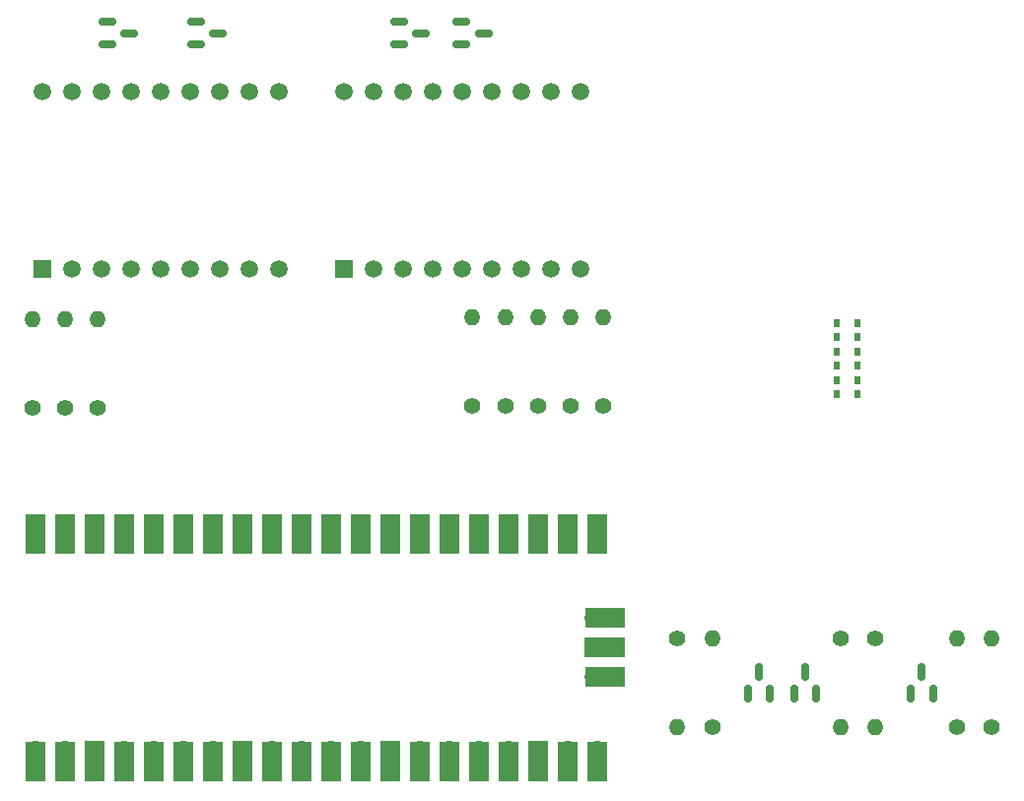
<source format=gbr>
%TF.GenerationSoftware,KiCad,Pcbnew,(6.0.0)*%
%TF.CreationDate,2022-06-20T15:54:39+02:00*%
%TF.ProjectId,PulseOximeter,50756c73-654f-4786-996d-657465722e6b,rev?*%
%TF.SameCoordinates,Original*%
%TF.FileFunction,Soldermask,Top*%
%TF.FilePolarity,Negative*%
%FSLAX46Y46*%
G04 Gerber Fmt 4.6, Leading zero omitted, Abs format (unit mm)*
G04 Created by KiCad (PCBNEW (6.0.0)) date 2022-06-20 15:54:39*
%MOMM*%
%LPD*%
G01*
G04 APERTURE LIST*
G04 Aperture macros list*
%AMRoundRect*
0 Rectangle with rounded corners*
0 $1 Rounding radius*
0 $2 $3 $4 $5 $6 $7 $8 $9 X,Y pos of 4 corners*
0 Add a 4 corners polygon primitive as box body*
4,1,4,$2,$3,$4,$5,$6,$7,$8,$9,$2,$3,0*
0 Add four circle primitives for the rounded corners*
1,1,$1+$1,$2,$3*
1,1,$1+$1,$4,$5*
1,1,$1+$1,$6,$7*
1,1,$1+$1,$8,$9*
0 Add four rect primitives between the rounded corners*
20,1,$1+$1,$2,$3,$4,$5,0*
20,1,$1+$1,$4,$5,$6,$7,0*
20,1,$1+$1,$6,$7,$8,$9,0*
20,1,$1+$1,$8,$9,$2,$3,0*%
G04 Aperture macros list end*
%ADD10C,1.400000*%
%ADD11O,1.400000X1.400000*%
%ADD12RoundRect,0.150000X0.150000X-0.587500X0.150000X0.587500X-0.150000X0.587500X-0.150000X-0.587500X0*%
%ADD13R,1.500000X1.500000*%
%ADD14C,1.500000*%
%ADD15R,0.500000X0.800000*%
%ADD16RoundRect,0.150000X-0.587500X-0.150000X0.587500X-0.150000X0.587500X0.150000X-0.587500X0.150000X0*%
%ADD17O,1.700000X1.700000*%
%ADD18R,1.700000X3.500000*%
%ADD19R,1.700000X1.700000*%
%ADD20R,3.500000X1.700000*%
G04 APERTURE END LIST*
D10*
%TO.C,R8*%
X127600000Y-96200000D03*
D11*
X127600000Y-88580000D03*
%TD*%
D12*
%TO.C,Q7*%
X154050000Y-120937500D03*
X155950000Y-120937500D03*
X155000000Y-119062500D03*
%TD*%
D10*
%TO.C,R2*%
X81400000Y-96410000D03*
D11*
X81400000Y-88790000D03*
%TD*%
D13*
%TO.C,U4*%
X105370000Y-84500000D03*
D14*
X107910000Y-84500000D03*
X110450000Y-84500000D03*
X112990000Y-84500000D03*
X115530000Y-84500000D03*
X118070000Y-84500000D03*
X120610000Y-84500000D03*
X123150000Y-84500000D03*
X125690000Y-84500000D03*
X125690000Y-69260000D03*
X123150000Y-69260000D03*
X120610000Y-69260000D03*
X118070000Y-69260000D03*
X115530000Y-69260000D03*
X112990000Y-69260000D03*
X110450000Y-69260000D03*
X107910000Y-69260000D03*
X105370000Y-69260000D03*
%TD*%
D10*
%TO.C,R13*%
X158000000Y-123810000D03*
D11*
X158000000Y-116190000D03*
%TD*%
D15*
%TO.C,U2*%
X149450000Y-91548000D03*
X149450000Y-92772000D03*
X149450000Y-90320000D03*
X147650000Y-90320000D03*
X147650000Y-91548000D03*
X147650000Y-92772000D03*
X147650000Y-95220000D03*
X147650000Y-94000000D03*
X149450000Y-89100000D03*
X147650000Y-89100000D03*
X149450000Y-95220000D03*
X149450000Y-94000000D03*
%TD*%
D13*
%TO.C,U3*%
X79480000Y-84480000D03*
D14*
X82020000Y-84480000D03*
X84560000Y-84480000D03*
X87100000Y-84480000D03*
X89640000Y-84480000D03*
X92180000Y-84480000D03*
X94720000Y-84480000D03*
X97260000Y-84480000D03*
X99800000Y-84480000D03*
X99800000Y-69240000D03*
X97260000Y-69240000D03*
X94720000Y-69240000D03*
X92180000Y-69240000D03*
X89640000Y-69240000D03*
X87100000Y-69240000D03*
X84560000Y-69240000D03*
X82020000Y-69240000D03*
X79480000Y-69240000D03*
%TD*%
D12*
%TO.C,Q6*%
X144050000Y-120937500D03*
X145950000Y-120937500D03*
X145000000Y-119062500D03*
%TD*%
D16*
%TO.C,Q4*%
X115462500Y-63250000D03*
X115462500Y-65150000D03*
X117337500Y-64200000D03*
%TD*%
D10*
%TO.C,R10*%
X137000000Y-123810000D03*
D11*
X137000000Y-116190000D03*
%TD*%
D10*
%TO.C,R11*%
X148000000Y-116190000D03*
D11*
X148000000Y-123810000D03*
%TD*%
D16*
%TO.C,Q3*%
X110062500Y-63250000D03*
X110062500Y-65150000D03*
X111937500Y-64200000D03*
%TD*%
%TO.C,Q1*%
X85062500Y-63250000D03*
X85062500Y-65150000D03*
X86937500Y-64200000D03*
%TD*%
D10*
%TO.C,R14*%
X161000000Y-123810000D03*
D11*
X161000000Y-116190000D03*
%TD*%
D17*
%TO.C,U1*%
X78870000Y-125890000D03*
D18*
X78870000Y-126790000D03*
D17*
X81410000Y-125890000D03*
D18*
X81410000Y-126790000D03*
X83950000Y-126790000D03*
D19*
X83950000Y-125890000D03*
D17*
X86490000Y-125890000D03*
D18*
X86490000Y-126790000D03*
D17*
X89030000Y-125890000D03*
D18*
X89030000Y-126790000D03*
X91570000Y-126790000D03*
D17*
X91570000Y-125890000D03*
D18*
X94110000Y-126790000D03*
D17*
X94110000Y-125890000D03*
D18*
X96650000Y-126790000D03*
D19*
X96650000Y-125890000D03*
D18*
X99190000Y-126790000D03*
D17*
X99190000Y-125890000D03*
D18*
X101730000Y-126790000D03*
D17*
X101730000Y-125890000D03*
X104270000Y-125890000D03*
D18*
X104270000Y-126790000D03*
X106810000Y-126790000D03*
D17*
X106810000Y-125890000D03*
D18*
X109350000Y-126790000D03*
D19*
X109350000Y-125890000D03*
D17*
X111890000Y-125890000D03*
D18*
X111890000Y-126790000D03*
X114430000Y-126790000D03*
D17*
X114430000Y-125890000D03*
D18*
X116970000Y-126790000D03*
D17*
X116970000Y-125890000D03*
D18*
X119510000Y-126790000D03*
D17*
X119510000Y-125890000D03*
D18*
X122050000Y-126790000D03*
D19*
X122050000Y-125890000D03*
D17*
X124590000Y-125890000D03*
D18*
X124590000Y-126790000D03*
X127130000Y-126790000D03*
D17*
X127130000Y-125890000D03*
X127130000Y-108110000D03*
D18*
X127130000Y-107210000D03*
X124590000Y-107210000D03*
D17*
X124590000Y-108110000D03*
D18*
X122050000Y-107210000D03*
D19*
X122050000Y-108110000D03*
D18*
X119510000Y-107210000D03*
D17*
X119510000Y-108110000D03*
D18*
X116970000Y-107210000D03*
D17*
X116970000Y-108110000D03*
D18*
X114430000Y-107210000D03*
D17*
X114430000Y-108110000D03*
X111890000Y-108110000D03*
D18*
X111890000Y-107210000D03*
D19*
X109350000Y-108110000D03*
D18*
X109350000Y-107210000D03*
D17*
X106810000Y-108110000D03*
D18*
X106810000Y-107210000D03*
D17*
X104270000Y-108110000D03*
D18*
X104270000Y-107210000D03*
X101730000Y-107210000D03*
D17*
X101730000Y-108110000D03*
X99190000Y-108110000D03*
D18*
X99190000Y-107210000D03*
D19*
X96650000Y-108110000D03*
D18*
X96650000Y-107210000D03*
D17*
X94110000Y-108110000D03*
D18*
X94110000Y-107210000D03*
X91570000Y-107210000D03*
D17*
X91570000Y-108110000D03*
D18*
X89030000Y-107210000D03*
D17*
X89030000Y-108110000D03*
X86490000Y-108110000D03*
D18*
X86490000Y-107210000D03*
D19*
X83950000Y-108110000D03*
D18*
X83950000Y-107210000D03*
X81410000Y-107210000D03*
D17*
X81410000Y-108110000D03*
D18*
X78870000Y-107210000D03*
D17*
X78870000Y-108110000D03*
X126900000Y-119540000D03*
D20*
X127800000Y-119540000D03*
X127800000Y-117000000D03*
D19*
X126900000Y-117000000D03*
D17*
X126900000Y-114460000D03*
D20*
X127800000Y-114460000D03*
%TD*%
D10*
%TO.C,R12*%
X151000000Y-116190000D03*
D11*
X151000000Y-123810000D03*
%TD*%
D10*
%TO.C,R5*%
X119200000Y-96210000D03*
D11*
X119200000Y-88590000D03*
%TD*%
D10*
%TO.C,R3*%
X84200000Y-96410000D03*
D11*
X84200000Y-88790000D03*
%TD*%
D10*
%TO.C,R4*%
X116400000Y-96210000D03*
D11*
X116400000Y-88590000D03*
%TD*%
D10*
%TO.C,R6*%
X122000000Y-96210000D03*
D11*
X122000000Y-88590000D03*
%TD*%
D10*
%TO.C,R7*%
X124800000Y-96210000D03*
D11*
X124800000Y-88590000D03*
%TD*%
D12*
%TO.C,Q5*%
X140050000Y-120937500D03*
X141950000Y-120937500D03*
X141000000Y-119062500D03*
%TD*%
D16*
%TO.C,Q2*%
X92662500Y-63250000D03*
X92662500Y-65150000D03*
X94537500Y-64200000D03*
%TD*%
D10*
%TO.C,R1*%
X78600000Y-96410000D03*
D11*
X78600000Y-88790000D03*
%TD*%
D10*
%TO.C,R9*%
X134000000Y-116190000D03*
D11*
X134000000Y-123810000D03*
%TD*%
M02*

</source>
